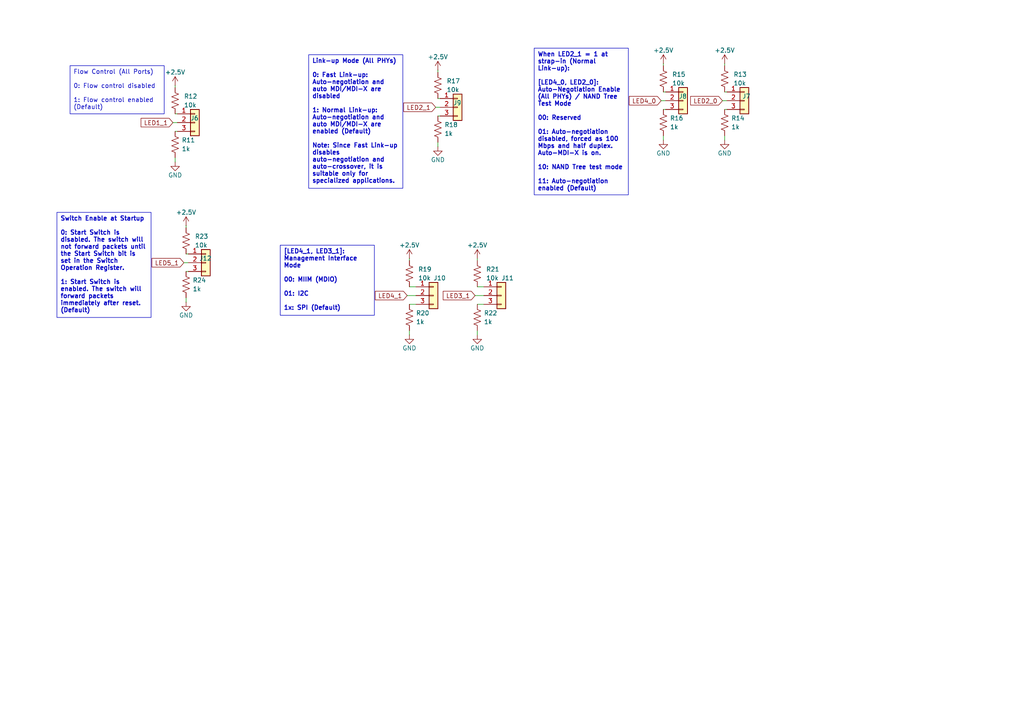
<source format=kicad_sch>
(kicad_sch (version 20250114) (generator "eeschema") (generator_version "9.0")
  (paper "A4")
  (lib_symbols
    (symbol "Connector_Generic:Conn_01x03" (pin_names (offset 1.016) (hide yes))
      (property "Reference" "J" (at 0 5.08 0))
      (property "Value" "Conn_01x03" (at 0 -5.08 0))
      (symbol "Conn_01x03_1_1"
        (rectangle (start -1.27 3.81) (end 1.27 -3.81) (stroke (width 0.254)) (fill (type background)))
        (rectangle (start -1.27 2.667) (end 0 2.413) (stroke (width 0.1524)))
        (rectangle (start -1.27 0.127) (end 0 -0.127) (stroke (width 0.1524)))
        (rectangle (start -1.27 -2.413) (end 0 -2.667) (stroke (width 0.1524)))
        (pin passive line (at -5.08 2.54 0) (length 3.81) (name "Pin_1") (number "1"))
        (pin passive line (at -5.08 0 0) (length 3.81) (name "Pin_2") (number "2"))
        (pin passive line (at -5.08 -2.54 0) (length 3.81) (name "Pin_3") (number "3"))
      )
    )
    (symbol "Device:R_US" (pin_numbers (hide yes)) (pin_names (offset 0))
      (property "Reference" "R" (at 2.54 0 90))
      (property "Value" "R_US" (at -2.54 0 90))
      (symbol "R_US_0_1"
        (polyline (pts (xy 0 2.286) (xy 0 2.54)))
        (polyline (pts (xy 0 2.286) (xy 1.016 1.905) (xy 0 1.524) (xy -1.016 1.143) (xy 0 0.762)))
        (polyline (pts (xy 0 0.762) (xy 1.016 0.381) (xy 0 0) (xy -1.016 -0.381) (xy 0 -0.762)))
        (polyline (pts (xy 0 -0.762) (xy 1.016 -1.143) (xy 0 -1.524) (xy -1.016 -1.905) (xy 0 -2.286)))
        (polyline (pts (xy 0 -2.286) (xy 0 -2.54)))
      )
      (symbol "R_US_1_1"
        (pin passive line (at 0 3.81 270) (length 1.27) (name "~") (number "1"))
        (pin passive line (at 0 -3.81 90) (length 1.27) (name "~") (number "2"))
      )
    )
    (symbol "power:+2V5" (power) (pin_numbers (hide yes)) (pin_names (offset 0) (hide yes))
      (property "Value" "+2V5" (at 0 3.556 0))
      (symbol "+2V5_0_1"
        (polyline (pts (xy -0.762 1.27) (xy 0 2.54)))
        (polyline (pts (xy 0 2.54) (xy 0.762 1.27)))
        (polyline (pts (xy 0 0) (xy 0 2.54)))
      )
      (symbol "+2V5_1_1"
        (pin power_in line (at 0 0 90) (length 0) (name "~") (number "1"))
      )
    )
    (symbol "power:GND" (power) (pin_numbers (hide yes)) (pin_names (offset 0) (hide yes))
      (property "Value" "GND" (at 0 -3.81 0))
      (symbol "GND_0_1"
        (polyline (pts (xy 0 0) (xy 0 -1.27) (xy 1.27 -1.27) (xy 0 -2.54) (xy -1.27 -1.27) (xy 0 -1.27)))
      )
      (symbol "GND_1_1"
        (pin power_in line (at 0 0 270) (length 0) (name "~") (number "1"))
      )
    )
  )
  (text_box "Flow Control (All Ports)\n\n0: Flow control disabled\n\n1: Flow control enabled (Default)" (at 20.32 19.05 0) (size 27.305 13.97) (margins 0.9525 0.9525 0.9525 0.9525) (effects (font (size 1.27 1.27) (thickness 0.1588)) (justify left top)))
  (text_box "Switch Enable at Startup\n\n0: Start Switch is disabled. The switch will not forward packets until the Start Switch bit is set in the Switch Operation Register.\n\n1: Start Switch is enabled. The switch will forward packets immediately after reset. (Default)" (at 16.51 61.595 0) (size 27.305 30.48) (margins 0.9525 0.9525 0.9525 0.9525) (effects (font (size 1.27 1.27) (thickness 0.254) (bold yes)) (justify left top)))
  (text_box "When LED2_1 = 1 at strap-in (Normal Link-up):\n\n[LED4_0, LED2_0]: Auto-Negotiation Enable (All PHYs) / NAND Tree Test Mode\n\n00: Reserved\n\n01: Auto-negotiation disabled, forced as 100 Mbps and half duplex. Auto-MDI-X is on.\n\n10: NAND Tree test mode\n\n11: Auto-negotiation enabled (Default)" (at 154.94 13.97 0) (size 27.305 42.545) (margins 0.9525 0.9525 0.9525 0.9525) (effects (font (size 1.27 1.27) (thickness 0.254) (bold yes)) (justify left top)))
  (text_box "Link-up Mode (All PHYs)\n\n0: Fast Link-up: Auto-negotiation and auto MDI/MDI-X are disabled\n\n1: Normal Link-up: Auto-negotiation and auto MDI/MDI-X are enabled (Default)\n\nNote: Since Fast Link-up disables auto-negotiation and auto-crossover, it is suitable only for specialized applications." (at 89.535 15.875 0) (size 27.305 38.735) (margins 0.9525 0.9525 0.9525 0.9525) (effects (font (size 1.27 1.27) (thickness 0.254) (bold yes)) (justify left top)))
  (text_box "[LED4_1, LED3_1]: Management Interface Mode\n\n00: MIIM (MDIO)\n\n01: I2C\n\n1x: SPI (Default)" (at 81.28 71.12 0) (size 27.305 20.32) (margins 0.9525 0.9525 0.9525 0.9525) (effects (font (size 1.27 1.27) (thickness 0.254) (bold yes)) (justify left top)))
  (wire (pts (xy 50.8 33.02) (xy 51.435 33.02)))
  (wire (pts (xy 192.405 26.67) (xy 193.04 26.67)))
  (wire (pts (xy 138.43 83.185) (xy 140.335 83.185)))
  (wire (pts (xy 138.43 88.265) (xy 140.335 88.265)))
  (wire (pts (xy 138.43 74.93) (xy 138.43 75.565)))
  (wire (pts (xy 53.34 76.2) (xy 54.61 76.2)))
  (wire (pts (xy 210.185 18.415) (xy 210.185 19.05)))
  (wire (pts (xy 118.745 95.885) (xy 118.745 97.155)))
  (wire (pts (xy 210.185 31.75) (xy 210.82 31.75)))
  (wire (pts (xy 191.77 29.21) (xy 193.04 29.21)))
  (wire (pts (xy 53.975 73.66) (xy 54.61 73.66)))
  (wire (pts (xy 127 41.275) (xy 127 42.545)))
  (wire (pts (xy 50.8 24.765) (xy 50.8 25.4)))
  (wire (pts (xy 210.185 26.67) (xy 210.82 26.67)))
  (wire (pts (xy 118.745 74.93) (xy 118.745 75.565)))
  (wire (pts (xy 192.405 39.37) (xy 192.405 40.64)))
  (wire (pts (xy 138.43 95.885) (xy 138.43 97.155)))
  (wire (pts (xy 118.745 88.265) (xy 120.65 88.265)))
  (wire (pts (xy 127 33.655) (xy 127.635 33.655)))
  (wire (pts (xy 127 28.575) (xy 127.635 28.575)))
  (wire (pts (xy 127 20.32) (xy 127 20.955)))
  (wire (pts (xy 53.975 78.74) (xy 54.61 78.74)))
  (wire (pts (xy 118.11 85.725) (xy 120.65 85.725)))
  (wire (pts (xy 192.405 18.415) (xy 192.405 19.05)))
  (wire (pts (xy 192.405 31.75) (xy 193.04 31.75)))
  (wire (pts (xy 53.975 86.36) (xy 53.975 87.63)))
  (wire (pts (xy 50.165 35.56) (xy 51.435 35.56)))
  (wire (pts (xy 53.975 65.405) (xy 53.975 66.04)))
  (wire (pts (xy 126.365 31.115) (xy 127.635 31.115)))
  (wire (pts (xy 118.745 83.185) (xy 120.65 83.185)))
  (wire (pts (xy 50.8 38.1) (xy 51.435 38.1)))
  (wire (pts (xy 209.55 29.21) (xy 210.82 29.21)))
  (wire (pts (xy 210.185 39.37) (xy 210.185 40.64)))
  (wire (pts (xy 50.8 45.72) (xy 50.8 46.99)))
  (wire (pts (xy 137.795 85.725) (xy 140.335 85.725)))
  (global_label "LED4_0" (shape input) (at 191.77 29.21 180) (property "Intersheetrefs" "${INTERSHEET_REFS}" (effects (hide yes))))
  (global_label "LED3_1" (shape input) (at 137.795 85.725 180) (property "Intersheetrefs" "${INTERSHEET_REFS}" (effects (hide yes))))
  (global_label "LED2_0" (shape input) (at 209.55 29.21 180) (property "Intersheetrefs" "${INTERSHEET_REFS}" (effects (hide yes))))
  (global_label "LED2_1" (shape input) (at 126.365 31.115 180) (property "Intersheetrefs" "${INTERSHEET_REFS}" (effects (hide yes))))
  (global_label "LED5_1" (shape input) (at 53.34 76.2 180) (property "Intersheetrefs" "${INTERSHEET_REFS}" (effects (hide yes))))
  (global_label "LED1_1" (shape input) (at 50.165 35.56 180) (property "Intersheetrefs" "${INTERSHEET_REFS}" (effects (hide yes))))
  (global_label "LED4_1" (shape input) (at 118.11 85.725 180) (property "Intersheetrefs" "${INTERSHEET_REFS}" (effects (hide yes))))
  (symbol (lib_id "Connector_Generic:Conn_01x03") (at 125.73 85.725 0) (unit 1)
    (property "Reference" "J10" (at 125.73 80.645 0) (effects (justify left)))
    (property "Value" "Conn_01x03" (effects (hide yes)))
    (property "Footprint" "Connector_PinHeader_2.54mm:PinHeader_1x03_P2.54mm_Vertical" (effects (hide yes)))
    (property "Description" "Generic connector, single row, 01x03, script generated (kicad-library-utils/schlib/autogen/connector/)" (effects (hide yes)))
  )
  (symbol (lib_id "Device:R_US") (at 127 24.765 180) (unit 1)
    (property "Reference" "R17" (at 129.54 23.4949 0) (effects (justify right)))
    (property "Value" "10k" (at 129.54 26.0349 0) (effects (justify right)))
    (property "Description" "Resistor, US symbol" (effects (hide yes)))
  )
  (symbol (lib_id "power:GND") (at 210.185 40.64 0) (unit 1)
    (property "Reference" "#PWR048" (effects (hide yes)))
    (property "Value" "GND" (at 210.185 44.45 0))
    (property "Description" "Power symbol creates a global label with name \"GND\" , ground" (effects (hide yes)))
  )
  (symbol (lib_id "power:GND") (at 127 42.545 0) (unit 1)
    (property "Reference" "#PWR052" (effects (hide yes)))
    (property "Value" "GND" (at 127 46.355 0))
    (property "Description" "Power symbol creates a global label with name \"GND\" , ground" (effects (hide yes)))
  )
  (symbol (lib_id "Device:R_US") (at 53.975 82.55 180) (unit 1)
    (property "Reference" "R24" (at 55.88 81.2799 0) (effects (justify right)))
    (property "Value" "1k" (at 55.88 83.8199 0) (effects (justify right)))
    (property "Description" "Resistor, US symbol" (effects (hide yes)))
  )
  (symbol (lib_id "Connector_Generic:Conn_01x03") (at 145.415 85.725 0) (unit 1)
    (property "Reference" "J11" (at 145.415 80.645 0) (effects (justify left)))
    (property "Value" "Conn_01x03" (effects (hide yes)))
    (property "Footprint" "Connector_PinHeader_2.54mm:PinHeader_1x03_P2.54mm_Vertical" (effects (hide yes)))
    (property "Description" "Generic connector, single row, 01x03, script generated (kicad-library-utils/schlib/autogen/connector/)" (effects (hide yes)))
  )
  (symbol (lib_id "power:+2V5") (at 192.405 18.415 0) (unit 1)
    (property "Reference" "#PWR053" (effects (hide yes)))
    (property "Value" "+2.5V" (at 192.405 14.605 0))
    (property "Description" "Power symbol creates a global label with name \"+2V5\"" (effects (hide yes)))
  )
  (symbol (lib_id "Device:R_US") (at 138.43 92.075 180) (unit 1)
    (property "Reference" "R22" (at 140.335 90.8049 0) (effects (justify right)))
    (property "Value" "1k" (at 140.335 93.3449 0) (effects (justify right)))
    (property "Description" "Resistor, US symbol" (effects (hide yes)))
  )
  (symbol (lib_id "Connector_Generic:Conn_01x03") (at 56.515 35.56 0) (unit 1)
    (property "Reference" "J6" (at 55.245 34.29 0) (effects (justify left)))
    (property "Value" "Conn_01x03" (effects (hide yes)))
    (property "Footprint" "Connector_PinHeader_2.54mm:PinHeader_1x03_P2.54mm_Vertical" (effects (hide yes)))
    (property "Description" "Generic connector, single row, 01x03, script generated (kicad-library-utils/schlib/autogen/connector/)" (effects (hide yes)))
  )
  (symbol (lib_id "power:+2V5") (at 138.43 74.93 0) (unit 1)
    (property "Reference" "#PWR03" (effects (hide yes)))
    (property "Value" "+2.5V" (at 138.43 71.12 0))
    (property "Description" "Power symbol creates a global label with name \"+2V5\"" (effects (hide yes)))
  )
  (symbol (lib_id "power:+2V5") (at 50.8 24.765 0) (unit 1)
    (property "Reference" "#PWR051" (effects (hide yes)))
    (property "Value" "+2.5V" (at 50.8 20.955 0))
    (property "Description" "Power symbol creates a global label with name \"+2V5\"" (effects (hide yes)))
  )
  (symbol (lib_id "Device:R_US") (at 138.43 79.375 180) (unit 1)
    (property "Reference" "R21" (at 140.97 78.1049 0) (effects (justify right)))
    (property "Value" "10k" (at 140.97 80.6449 0) (effects (justify right)))
    (property "Description" "Resistor, US symbol" (effects (hide yes)))
  )
  (symbol (lib_id "Connector_Generic:Conn_01x03") (at 215.9 29.21 0) (unit 1)
    (property "Reference" "J7" (at 215.265 27.94 0) (effects (justify left)))
    (property "Value" "Conn_01x03" (effects (hide yes)))
    (property "Footprint" "Connector_PinHeader_2.54mm:PinHeader_1x03_P2.54mm_Vertical" (effects (hide yes)))
    (property "Description" "Generic connector, single row, 01x03, script generated (kicad-library-utils/schlib/autogen/connector/)" (effects (hide yes)))
  )
  (symbol (lib_id "power:+2V5") (at 53.975 65.405 0) (unit 1)
    (property "Reference" "#PWR049" (effects (hide yes)))
    (property "Value" "+2.5V" (at 53.975 61.595 0))
    (property "Description" "Power symbol creates a global label with name \"+2V5\"" (effects (hide yes)))
  )
  (symbol (lib_id "power:+2V5") (at 210.185 18.415 0) (unit 1)
    (property "Reference" "#PWR055" (effects (hide yes)))
    (property "Value" "+2.5V" (at 210.185 14.605 0))
    (property "Description" "Power symbol creates a global label with name \"+2V5\"" (effects (hide yes)))
  )
  (symbol (lib_id "Device:R_US") (at 192.405 35.56 180) (unit 1)
    (property "Reference" "R16" (at 194.31 34.2899 0) (effects (justify right)))
    (property "Value" "1k" (at 194.31 36.8299 0) (effects (justify right)))
    (property "Description" "Resistor, US symbol" (effects (hide yes)))
  )
  (symbol (lib_id "Connector_Generic:Conn_01x03") (at 198.12 29.21 0) (unit 1)
    (property "Reference" "J8" (at 196.85 27.94 0) (effects (justify left)))
    (property "Value" "Conn_01x03" (effects (hide yes)))
    (property "Footprint" "Connector_PinHeader_2.54mm:PinHeader_1x03_P2.54mm_Vertical" (effects (hide yes)))
    (property "Description" "Generic connector, single row, 01x03, script generated (kicad-library-utils/schlib/autogen/connector/)" (effects (hide yes)))
  )
  (symbol (lib_id "power:GND") (at 138.43 97.155 0) (unit 1)
    (property "Reference" "#PWR056" (effects (hide yes)))
    (property "Value" "GND" (at 138.43 100.965 0))
    (property "Description" "Power symbol creates a global label with name \"GND\" , ground" (effects (hide yes)))
  )
  (symbol (lib_id "Device:R_US") (at 50.8 29.21 180) (unit 1)
    (property "Reference" "R12" (at 53.34 27.9399 0) (effects (justify right)))
    (property "Value" "10k" (at 53.34 30.4799 0) (effects (justify right)))
    (property "Description" "Resistor, US symbol" (effects (hide yes)))
  )
  (symbol (lib_id "Device:R_US") (at 192.405 22.86 180) (unit 1)
    (property "Reference" "R15" (at 194.945 21.5899 0) (effects (justify right)))
    (property "Value" "10k" (at 194.945 24.1299 0) (effects (justify right)))
    (property "Description" "Resistor, US symbol" (effects (hide yes)))
  )
  (symbol (lib_id "power:GND") (at 50.8 46.99 0) (unit 1)
    (property "Reference" "#PWR045" (effects (hide yes)))
    (property "Value" "GND" (at 50.8 50.8 0))
    (property "Description" "Power symbol creates a global label with name \"GND\" , ground" (effects (hide yes)))
  )
  (symbol (lib_id "power:GND") (at 53.975 87.63 0) (unit 1)
    (property "Reference" "#PWR058" (effects (hide yes)))
    (property "Value" "GND" (at 53.975 91.44 0))
    (property "Description" "Power symbol creates a global label with name \"GND\" , ground" (effects (hide yes)))
  )
  (symbol (lib_id "Connector_Generic:Conn_01x03") (at 132.715 31.115 0) (unit 1)
    (property "Reference" "J9" (at 131.445 29.845 0) (effects (justify left)))
    (property "Value" "Conn_01x03" (effects (hide yes)))
    (property "Footprint" "Connector_PinHeader_2.54mm:PinHeader_1x03_P2.54mm_Vertical" (effects (hide yes)))
    (property "Description" "Generic connector, single row, 01x03, script generated (kicad-library-utils/schlib/autogen/connector/)" (effects (hide yes)))
  )
  (symbol (lib_id "Device:R_US") (at 118.745 79.375 180) (unit 1)
    (property "Reference" "R19" (at 121.285 78.1049 0) (effects (justify right)))
    (property "Value" "10k" (at 121.285 80.6449 0) (effects (justify right)))
    (property "Description" "Resistor, US symbol" (effects (hide yes)))
  )
  (symbol (lib_id "Device:R_US") (at 210.185 35.56 180) (unit 1)
    (property "Reference" "R14" (at 212.09 34.2899 0) (effects (justify right)))
    (property "Value" "1k" (at 212.09 36.8299 0) (effects (justify right)))
    (property "Description" "Resistor, US symbol" (effects (hide yes)))
  )
  (symbol (lib_id "power:+2V5") (at 118.745 74.93 0) (unit 1)
    (property "Reference" "#PWR01" (effects (hide yes)))
    (property "Value" "+2.5V" (at 118.745 71.12 0))
    (property "Description" "Power symbol creates a global label with name \"+2V5\"" (effects (hide yes)))
  )
  (symbol (lib_id "power:GND") (at 118.745 97.155 0) (unit 1)
    (property "Reference" "#PWR054" (effects (hide yes)))
    (property "Value" "GND" (at 118.745 100.965 0))
    (property "Description" "Power symbol creates a global label with name \"GND\" , ground" (effects (hide yes)))
  )
  (symbol (lib_id "Device:R_US") (at 118.745 92.075 180) (unit 1)
    (property "Reference" "R20" (at 120.65 90.8049 0) (effects (justify right)))
    (property "Value" "1k" (at 120.65 93.3449 0) (effects (justify right)))
    (property "Description" "Resistor, US symbol" (effects (hide yes)))
  )
  (symbol (lib_id "Device:R_US") (at 53.975 69.85 180) (unit 1)
    (property "Reference" "R23" (at 56.515 68.5799 0) (effects (justify right)))
    (property "Value" "10k" (at 56.515 71.1199 0) (effects (justify right)))
    (property "Description" "Resistor, US symbol" (effects (hide yes)))
  )
  (symbol (lib_id "Device:R_US") (at 50.8 41.91 180) (unit 1)
    (property "Reference" "R11" (at 52.705 40.6399 0) (effects (justify right)))
    (property "Value" "1k" (at 52.705 43.1799 0) (effects (justify right)))
    (property "Description" "Resistor, US symbol" (effects (hide yes)))
  )
  (symbol (lib_id "power:GND") (at 192.405 40.64 0) (unit 1)
    (property "Reference" "#PWR050" (effects (hide yes)))
    (property "Value" "GND" (at 192.405 44.45 0))
    (property "Description" "Power symbol creates a global label with name \"GND\" , ground" (effects (hide yes)))
  )
  (symbol (lib_id "Connector_Generic:Conn_01x03") (at 59.69 76.2 0) (unit 1)
    (property "Reference" "J12" (at 57.785 74.93 0) (effects (justify left)))
    (property "Value" "Conn_01x03" (effects (hide yes)))
    (property "Footprint" "Connector_PinHeader_2.54mm:PinHeader_1x03_P2.54mm_Vertical" (effects (hide yes)))
    (property "Description" "Generic connector, single row, 01x03, script generated (kicad-library-utils/schlib/autogen/connector/)" (effects (hide yes)))
  )
  (symbol (lib_id "Device:R_US") (at 127 37.465 180) (unit 1)
    (property "Reference" "R18" (at 128.905 36.1949 0) (effects (justify right)))
    (property "Value" "1k" (at 128.905 38.7349 0) (effects (justify right)))
    (property "Description" "Resistor, US symbol" (effects (hide yes)))
  )
  (symbol (lib_id "power:+2V5") (at 127 20.32 0) (unit 1)
    (property "Reference" "#PWR047" (effects (hide yes)))
    (property "Value" "+2.5V" (at 127 16.51 0))
    (property "Description" "Power symbol creates a global label with name \"+2V5\"" (effects (hide yes)))
  )
  (symbol (lib_id "Device:R_US") (at 210.185 22.86 180) (unit 1)
    (property "Reference" "R13" (at 212.725 21.5899 0) (effects (justify right)))
    (property "Value" "10k" (at 212.725 24.1299 0) (effects (justify right)))
    (property "Description" "Resistor, US symbol" (effects (hide yes)))
  )
)
</source>
